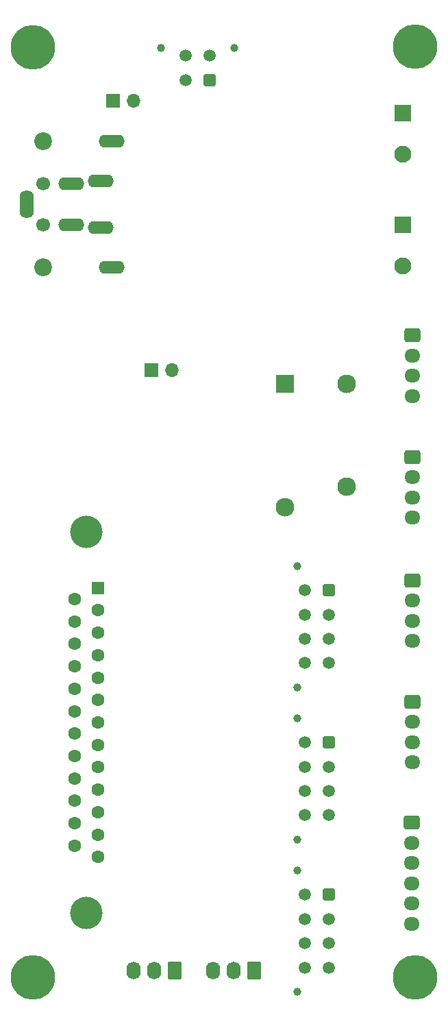
<source format=gbr>
%TF.GenerationSoftware,KiCad,Pcbnew,(6.0.4-0)*%
%TF.CreationDate,2022-05-12T09:35:13+12:00*%
%TF.ProjectId,controller,636f6e74-726f-46c6-9c65-722e6b696361,0.9*%
%TF.SameCoordinates,PX490d2c0PY2ebae40*%
%TF.FileFunction,Soldermask,Bot*%
%TF.FilePolarity,Negative*%
%FSLAX46Y46*%
G04 Gerber Fmt 4.6, Leading zero omitted, Abs format (unit mm)*
G04 Created by KiCad (PCBNEW (6.0.4-0)) date 2022-05-12 09:35:13*
%MOMM*%
%LPD*%
G01*
G04 APERTURE LIST*
G04 Aperture macros list*
%AMRoundRect*
0 Rectangle with rounded corners*
0 $1 Rounding radius*
0 $2 $3 $4 $5 $6 $7 $8 $9 X,Y pos of 4 corners*
0 Add a 4 corners polygon primitive as box body*
4,1,4,$2,$3,$4,$5,$6,$7,$8,$9,$2,$3,0*
0 Add four circle primitives for the rounded corners*
1,1,$1+$1,$2,$3*
1,1,$1+$1,$4,$5*
1,1,$1+$1,$6,$7*
1,1,$1+$1,$8,$9*
0 Add four rect primitives between the rounded corners*
20,1,$1+$1,$2,$3,$4,$5,0*
20,1,$1+$1,$4,$5,$6,$7,0*
20,1,$1+$1,$6,$7,$8,$9,0*
20,1,$1+$1,$8,$9,$2,$3,0*%
G04 Aperture macros list end*
%ADD10C,1.000000*%
%ADD11RoundRect,0.250001X-0.499999X0.499999X-0.499999X-0.499999X0.499999X-0.499999X0.499999X0.499999X0*%
%ADD12C,1.500000*%
%ADD13R,1.700000X1.700000*%
%ADD14O,1.700000X1.700000*%
%ADD15R,2.100000X2.100000*%
%ADD16C,2.100000*%
%ADD17RoundRect,0.250001X0.499999X0.499999X-0.499999X0.499999X-0.499999X-0.499999X0.499999X-0.499999X0*%
%ADD18RoundRect,0.250000X-0.725000X0.600000X-0.725000X-0.600000X0.725000X-0.600000X0.725000X0.600000X0*%
%ADD19O,1.950000X1.700000*%
%ADD20RoundRect,0.250000X0.620000X0.845000X-0.620000X0.845000X-0.620000X-0.845000X0.620000X-0.845000X0*%
%ADD21O,1.740000X2.190000*%
%ADD22C,5.500000*%
%ADD23C,2.300000*%
%ADD24R,2.300000X2.300000*%
%ADD25C,1.700000*%
%ADD26C,2.200000*%
%ADD27O,3.200000X1.600000*%
%ADD28O,1.750000X3.500000*%
%ADD29C,4.000000*%
%ADD30R,1.600000X1.600000*%
%ADD31C,1.600000*%
G04 APERTURE END LIST*
D10*
%TO.C,J10*%
X35821000Y-104790000D03*
X35821000Y-119790000D03*
D11*
X39761000Y-107790000D03*
D12*
X39761000Y-110790000D03*
X39761000Y-113790000D03*
X39761000Y-116790000D03*
X36761000Y-107790000D03*
X36761000Y-110790000D03*
X36761000Y-113790000D03*
X36761000Y-116790000D03*
%TD*%
D13*
%TO.C,JP1*%
X13057000Y-9674000D03*
D14*
X15597000Y-9674000D03*
%TD*%
D15*
%TO.C,J4*%
X48876000Y-11198000D03*
D16*
X48876000Y-16278000D03*
%TD*%
D10*
%TO.C,J3*%
X19025000Y-3194000D03*
X28025000Y-3194000D03*
D17*
X25025000Y-7134000D03*
D12*
X22025000Y-7134000D03*
X25025000Y-4134000D03*
X22025000Y-4134000D03*
%TD*%
D18*
%TO.C,J15*%
X50084000Y-83948000D03*
D19*
X50084000Y-86448000D03*
X50084000Y-88948000D03*
X50084000Y-91448000D03*
%TD*%
D20*
%TO.C,J11*%
X30480000Y-117116000D03*
D21*
X27940000Y-117116000D03*
X25400000Y-117116000D03*
%TD*%
D18*
%TO.C,J14*%
X50038000Y-68962000D03*
D19*
X50038000Y-71462000D03*
X50038000Y-73962000D03*
X50038000Y-76462000D03*
%TD*%
D22*
%TO.C,H4*%
X50400000Y-118000000D03*
%TD*%
D13*
%TO.C,JP2*%
X17837200Y-42998800D03*
D14*
X20377200Y-42998800D03*
%TD*%
D18*
%TO.C,J13*%
X50038000Y-53722000D03*
D19*
X50038000Y-56222000D03*
X50038000Y-58722000D03*
X50038000Y-61222000D03*
%TD*%
D18*
%TO.C,J7*%
X49992000Y-98896000D03*
D19*
X49992000Y-101396000D03*
X49992000Y-103896000D03*
X49992000Y-106396000D03*
X49992000Y-108896000D03*
X49992000Y-111396000D03*
%TD*%
D15*
%TO.C,J5*%
X48876000Y-25067000D03*
D16*
X48876000Y-30147000D03*
%TD*%
D23*
%TO.C,K1*%
X41920000Y-44719000D03*
X41900000Y-57419000D03*
X34300000Y-59959000D03*
D24*
X34300000Y-44719000D03*
%TD*%
D10*
%TO.C,J9*%
X35821000Y-100972000D03*
X35821000Y-85972000D03*
D11*
X39761000Y-88972000D03*
D12*
X39761000Y-91972000D03*
X39761000Y-94972000D03*
X39761000Y-97972000D03*
X36761000Y-88972000D03*
X36761000Y-91972000D03*
X36761000Y-94972000D03*
X36761000Y-97972000D03*
%TD*%
D25*
%TO.C,J2*%
X4400000Y-20000000D03*
D26*
X4400000Y-30300000D03*
X4400000Y-14700000D03*
D25*
X4400000Y-25000000D03*
D27*
X11550000Y-25400000D03*
X7900000Y-25000000D03*
X7900000Y-20000000D03*
X11550000Y-19600000D03*
X12900000Y-14700000D03*
D28*
X2400000Y-22500000D03*
D27*
X12900000Y-30300000D03*
%TD*%
D10*
%TO.C,J8*%
X35821000Y-67176000D03*
X35821000Y-82176000D03*
D11*
X39761000Y-70176000D03*
D12*
X39761000Y-73176000D03*
X39761000Y-76176000D03*
X39761000Y-79176000D03*
X36761000Y-70176000D03*
X36761000Y-73176000D03*
X36761000Y-76176000D03*
X36761000Y-79176000D03*
%TD*%
D29*
%TO.C,J6*%
X9734331Y-110055000D03*
X9734331Y-62955000D03*
D30*
X11154331Y-69885000D03*
D31*
X11154331Y-72655000D03*
X11154331Y-75425000D03*
X11154331Y-78195000D03*
X11154331Y-80965000D03*
X11154331Y-83735000D03*
X11154331Y-86505000D03*
X11154331Y-89275000D03*
X11154331Y-92045000D03*
X11154331Y-94815000D03*
X11154331Y-97585000D03*
X11154331Y-100355000D03*
X11154331Y-103125000D03*
X8314331Y-71270000D03*
X8314331Y-74040000D03*
X8314331Y-76810000D03*
X8314331Y-79580000D03*
X8314331Y-82350000D03*
X8314331Y-85120000D03*
X8314331Y-87890000D03*
X8314331Y-90660000D03*
X8314331Y-93430000D03*
X8314331Y-96200000D03*
X8314331Y-98970000D03*
X8314331Y-101740000D03*
%TD*%
D20*
%TO.C,J12*%
X20682000Y-117116000D03*
D21*
X18142000Y-117116000D03*
X15602000Y-117116000D03*
%TD*%
D22*
%TO.C,H1*%
X3156000Y-3070000D03*
%TD*%
D18*
%TO.C,J16*%
X50038000Y-38676000D03*
D19*
X50038000Y-41176000D03*
X50038000Y-43676000D03*
X50038000Y-46176000D03*
%TD*%
D22*
%TO.C,H3*%
X3156000Y-118000000D03*
%TD*%
%TO.C,H2*%
X50400000Y-3048000D03*
%TD*%
M02*

</source>
